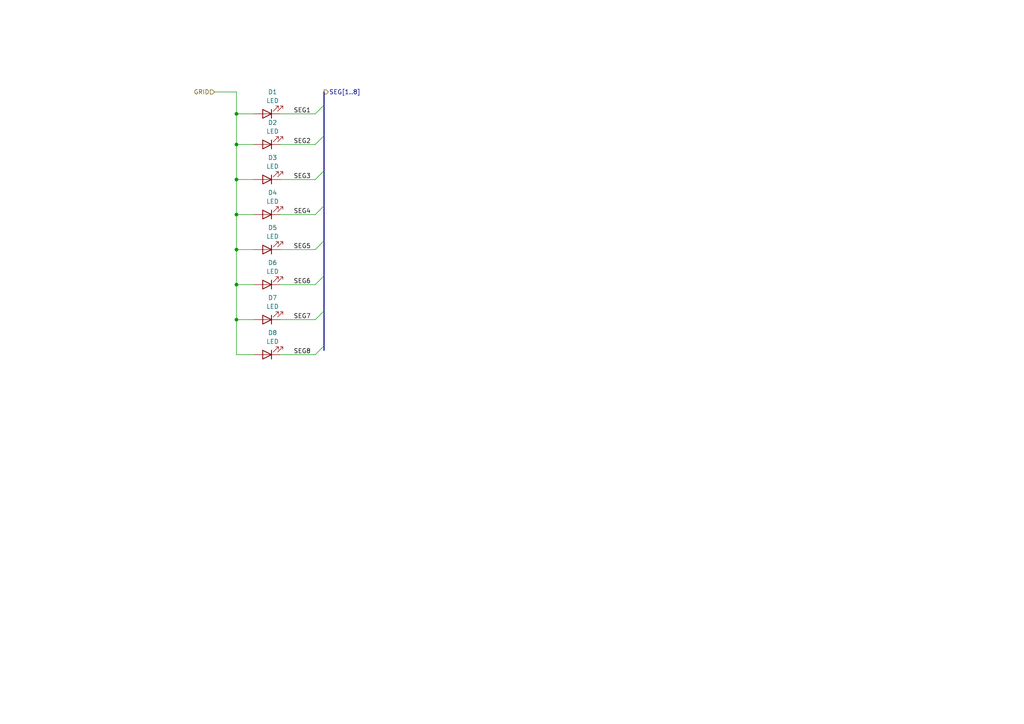
<source format=kicad_sch>
(kicad_sch (version 20230121) (generator eeschema)
  (paper "A4")
  (lib_symbols
    (symbol "Device:LED" (pin_numbers hide) (pin_names (offset 1.016) hide)
      (property "Reference" "D" (at 0 2.54 0))
      (property "Value" "LED" (at 0 -2.54 0))
      (symbol "LED_0_1"
        (polyline (pts (xy -1.27 -1.27) (xy -1.27 1.27)) (stroke (width 0.254)))
        (polyline (pts (xy -1.27 0) (xy 1.27 0)))
        (polyline (pts (xy 1.27 -1.27) (xy 1.27 1.27) (xy -1.27 0) (xy 1.27 -1.27)) (stroke (width 0.254)))
        (polyline (pts (xy -3.048 -0.762) (xy -4.572 -2.286) (xy -3.81 -2.286) (xy -4.572 -2.286) (xy -4.572 -1.524)))
        (polyline (pts (xy -1.778 -0.762) (xy -3.302 -2.286) (xy -2.54 -2.286) (xy -3.302 -2.286) (xy -3.302 -1.524)))
      )
      (symbol "LED_1_1"
        (pin passive line (at -3.81 0 0) (length 2.54) (name "K") (number "1"))
        (pin passive line (at 3.81 0 180) (length 2.54) (name "A") (number "2"))
      )
    )
  )
  (junction (at 68.58 52.07))
  (junction (at 68.58 33.02))
  (junction (at 68.58 92.71))
  (junction (at 68.58 62.23))
  (junction (at 68.58 72.39))
  (junction (at 68.58 41.91))
  (junction (at 68.58 82.55))
  (bus_entry (at 93.98 39.37) (size -2.54 2.54))
  (bus_entry (at 93.98 100.33) (size -2.54 2.54))
  (bus_entry (at 93.98 69.85) (size -2.54 2.54))
  (bus_entry (at 93.98 30.48) (size -2.54 2.54))
  (bus_entry (at 93.98 49.53) (size -2.54 2.54))
  (bus_entry (at 93.98 80.01) (size -2.54 2.54))
  (bus_entry (at 93.98 59.69) (size -2.54 2.54))
  (bus_entry (at 93.98 90.17) (size -2.54 2.54))
  (wire (pts (xy 68.58 92.71) (xy 73.66 92.71)))
  (wire (pts (xy 81.28 41.91) (xy 91.44 41.91)))
  (wire (pts (xy 68.58 72.39) (xy 73.66 72.39)))
  (bus (pts (xy 93.98 69.85) (xy 93.98 80.01)))
  (bus (pts (xy 93.98 59.69) (xy 93.98 69.85)))
  (wire (pts (xy 81.28 92.71) (xy 91.44 92.71)))
  (wire (pts (xy 81.28 72.39) (xy 91.44 72.39)))
  (wire (pts (xy 81.28 33.02) (xy 91.44 33.02)))
  (wire (pts (xy 68.58 72.39) (xy 68.58 62.23)))
  (wire (pts (xy 68.58 62.23) (xy 73.66 62.23)))
  (wire (pts (xy 68.58 41.91) (xy 68.58 33.02)))
  (wire (pts (xy 68.58 62.23) (xy 68.58 52.07)))
  (bus (pts (xy 93.98 80.01) (xy 93.98 90.17)))
  (bus (pts (xy 93.98 30.48) (xy 93.98 39.37)))
  (wire (pts (xy 81.28 102.87) (xy 91.44 102.87)))
  (bus (pts (xy 93.98 49.53) (xy 93.98 59.69)))
  (wire (pts (xy 73.66 102.87) (xy 68.58 102.87)))
  (wire (pts (xy 68.58 33.02) (xy 73.66 33.02)))
  (wire (pts (xy 68.58 52.07) (xy 68.58 41.91)))
  (wire (pts (xy 81.28 82.55) (xy 91.44 82.55)))
  (wire (pts (xy 68.58 41.91) (xy 73.66 41.91)))
  (wire (pts (xy 68.58 92.71) (xy 68.58 82.55)))
  (bus (pts (xy 93.98 39.37) (xy 93.98 49.53)))
  (wire (pts (xy 81.28 62.23) (xy 91.44 62.23)))
  (wire (pts (xy 81.28 52.07) (xy 91.44 52.07)))
  (bus (pts (xy 93.98 100.33) (xy 93.98 101.6)))
  (wire (pts (xy 68.58 52.07) (xy 73.66 52.07)))
  (wire (pts (xy 62.23 26.67) (xy 68.58 26.67)))
  (bus (pts (xy 93.98 26.67) (xy 93.98 30.48)))
  (wire (pts (xy 68.58 33.02) (xy 68.58 26.67)))
  (wire (pts (xy 68.58 82.55) (xy 68.58 72.39)))
  (bus (pts (xy 93.98 90.17) (xy 93.98 100.33)))
  (wire (pts (xy 68.58 102.87) (xy 68.58 92.71)))
  (wire (pts (xy 68.58 82.55) (xy 73.66 82.55)))
  (label "SEG2" (at 90.17 41.91 180))
  (label "SEG3" (at 90.17 52.07 180))
  (label "SEG4" (at 90.17 62.23 180))
  (label "SEG7" (at 90.17 92.71 180))
  (label "SEG5" (at 90.17 72.39 180))
  (label "SEG1" (at 90.17 33.02 180))
  (label "SEG8" (at 90.17 102.87 180))
  (label "SEG6" (at 90.17 82.55 180))
  (hierarchical_label "GRID" (shape input) (at 62.23 26.67 180))
  (hierarchical_label "SEG[1..8]" (shape output) (at 93.98 26.67 0))
  (symbol (lib_id "Device:LED") (at 77.47 41.91 180) (unit 1)
    (property "Reference" "D2" (at 79.0575 35.56 0))
    (property "Value" "LED" (at 79.0575 38.1 0))
    (property "Footprint" "LED_SMD:LED_0603_1608Metric" (effects hide))
    (property "Datasheet" "https://datasheet.lcsc.com/lcsc/1810231112_Hubei-KENTO-Elec-KT-0603R_C2286.pdf" (effects hide))
    (property "JLC#" "C2286" (effects hide))
    (instances (project "TM1640_led_array" (path "" (reference "D2") (unit 1)) (path "" (reference "D10") (unit 1)) (path "" (reference "D18") (unit 1)) (path "" (reference "D26") (unit 1)) (path "" (reference "D50") (unit 1)) (path "" (reference "D34") (unit 1)) (path "" (reference "D58") (unit 1)) (path "" (reference "D42") (unit 1))))
  )
  (symbol (lib_id "Device:LED") (at 77.47 82.55 180) (unit 1)
    (property "Reference" "D6" (at 79.0575 76.2 0))
    (property "Value" "LED" (at 79.0575 78.74 0))
    (property "Footprint" "LED_SMD:LED_0603_1608Metric" (effects hide))
    (property "Datasheet" "https://datasheet.lcsc.com/lcsc/1810231112_Hubei-KENTO-Elec-KT-0603R_C2286.pdf" (effects hide))
    (property "JLC#" "C2286" (effects hide))
    (instances (project "TM1640_led_array" (path "" (reference "D6") (unit 1)) (path "" (reference "D14") (unit 1)) (path "" (reference "D22") (unit 1)) (path "" (reference "D30") (unit 1)) (path "" (reference "D54") (unit 1)) (path "" (reference "D38") (unit 1)) (path "" (reference "D62") (unit 1)) (path "" (reference "D46") (unit 1))))
  )
  (symbol (lib_id "Device:LED") (at 77.47 72.39 180) (unit 1)
    (property "Reference" "D5" (at 79.0575 66.04 0))
    (property "Value" "LED" (at 79.0575 68.58 0))
    (property "Footprint" "LED_SMD:LED_0603_1608Metric" (effects hide))
    (property "Datasheet" "https://datasheet.lcsc.com/lcsc/1810231112_Hubei-KENTO-Elec-KT-0603R_C2286.pdf" (effects hide))
    (property "JLC#" "C2286" (effects hide))
    (instances (project "TM1640_led_array" (path "" (reference "D5") (unit 1)) (path "" (reference "D13") (unit 1)) (path "" (reference "D21") (unit 1)) (path "" (reference "D29") (unit 1)) (path "" (reference "D53") (unit 1)) (path "" (reference "D37") (unit 1)) (path "" (reference "D61") (unit 1)) (path "" (reference "D45") (unit 1))))
  )
  (symbol (lib_id "Device:LED") (at 77.47 102.87 180) (unit 1)
    (property "Reference" "D8" (at 79.0575 96.52 0))
    (property "Value" "LED" (at 79.0575 99.06 0))
    (property "Footprint" "LED_SMD:LED_0603_1608Metric" (effects hide))
    (property "Datasheet" "https://datasheet.lcsc.com/lcsc/1810231112_Hubei-KENTO-Elec-KT-0603R_C2286.pdf" (effects hide))
    (property "JLC#" "C2286" (effects hide))
    (instances (project "TM1640_led_array" (path "" (reference "D8") (unit 1)) (path "" (reference "D16") (unit 1)) (path "" (reference "D24") (unit 1)) (path "" (reference "D32") (unit 1)) (path "" (reference "D56") (unit 1)) (path "" (reference "D40") (unit 1)) (path "" (reference "D64") (unit 1)) (path "" (reference "D48") (unit 1))))
  )
  (symbol (lib_id "Device:LED") (at 77.47 92.71 180) (unit 1)
    (property "Reference" "D7" (at 79.0575 86.36 0))
    (property "Value" "LED" (at 79.0575 88.9 0))
    (property "Footprint" "LED_SMD:LED_0603_1608Metric" (effects hide))
    (property "Datasheet" "https://datasheet.lcsc.com/lcsc/1810231112_Hubei-KENTO-Elec-KT-0603R_C2286.pdf" (effects hide))
    (property "JLC#" "C2286" (effects hide))
    (instances (project "TM1640_led_array" (path "" (reference "D7") (unit 1)) (path "" (reference "D15") (unit 1)) (path "" (reference "D23") (unit 1)) (path "" (reference "D31") (unit 1)) (path "" (reference "D55") (unit 1)) (path "" (reference "D39") (unit 1)) (path "" (reference "D63") (unit 1)) (path "" (reference "D47") (unit 1))))
  )
  (symbol (lib_id "Device:LED") (at 77.47 33.02 180) (unit 1)
    (property "Reference" "D1" (at 79.0575 26.67 0))
    (property "Value" "LED" (at 79.0575 29.21 0))
    (property "Footprint" "LED_SMD:LED_0603_1608Metric" (effects hide))
    (property "Datasheet" "https://datasheet.lcsc.com/lcsc/1810231112_Hubei-KENTO-Elec-KT-0603R_C2286.pdf" (effects hide))
    (property "JLC#" "C2286" (effects hide))
    (instances (project "TM1640_led_array" (path "" (reference "D1") (unit 1)) (path "" (reference "D9") (unit 1)) (path "" (reference "D17") (unit 1)) (path "" (reference "D25") (unit 1)) (path "" (reference "D49") (unit 1)) (path "" (reference "D33") (unit 1)) (path "" (reference "D57") (unit 1)) (path "" (reference "D41") (unit 1))))
  )
  (symbol (lib_id "Device:LED") (at 77.47 62.23 180) (unit 1)
    (property "Reference" "D4" (at 79.0575 55.88 0))
    (property "Value" "LED" (at 79.0575 58.42 0))
    (property "Footprint" "LED_SMD:LED_0603_1608Metric" (effects hide))
    (property "Datasheet" "https://datasheet.lcsc.com/lcsc/1810231112_Hubei-KENTO-Elec-KT-0603R_C2286.pdf" (effects hide))
    (property "JLC#" "C2286" (effects hide))
    (instances (project "TM1640_led_array" (path "" (reference "D4") (unit 1)) (path "" (reference "D12") (unit 1)) (path "" (reference "D20") (unit 1)) (path "" (reference "D28") (unit 1)) (path "" (reference "D52") (unit 1)) (path "" (reference "D36") (unit 1)) (path "" (reference "D60") (unit 1)) (path "" (reference "D44") (unit 1))))
  )
  (symbol (lib_id "Device:LED") (at 77.47 52.07 180) (unit 1)
    (property "Reference" "D3" (at 79.0575 45.72 0))
    (property "Value" "LED" (at 79.0575 48.26 0))
    (property "Footprint" "LED_SMD:LED_0603_1608Metric" (effects hide))
    (property "Datasheet" "https://datasheet.lcsc.com/lcsc/1810231112_Hubei-KENTO-Elec-KT-0603R_C2286.pdf" (effects hide))
    (property "JLC#" "C2286" (effects hide))
    (instances (project "TM1640_led_array" (path "" (reference "D3") (unit 1)) (path "" (reference "D11") (unit 1)) (path "" (reference "D19") (unit 1)) (path "" (reference "D27") (unit 1)) (path "" (reference "D51") (unit 1)) (path "" (reference "D35") (unit 1)) (path "" (reference "D59") (unit 1)) (path "" (reference "D43") (unit 1))))
  )
)
</source>
